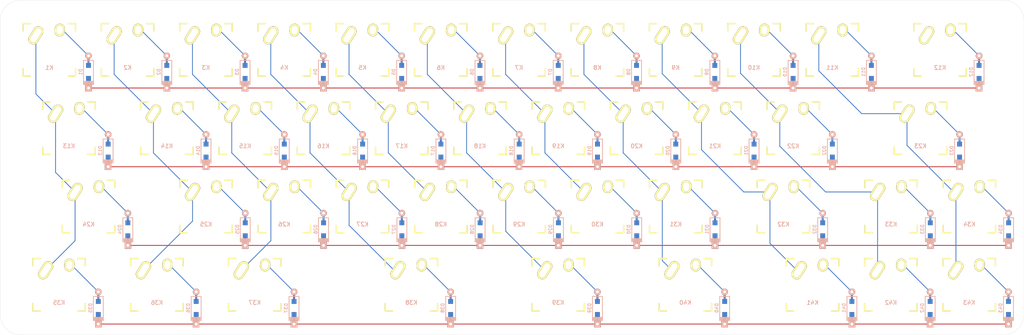
<source format=kicad_pcb>
(kicad_pcb (version 20240108) (generator "pcbnew") (generator_version "8.0")
  (title_block (title "Jon and Sam's Amazing 40% Keyboard") (date "2024-07-21") (rev "1") (company "Family Strokes Ltd"))
  (layers (0 "F.Cu" signal) (31 "B.Cu" signal) (34 "B.Paste" user) (35 "F.Paste" user) (36 "B.SilkS" user "B.Silkscreen") (37 "F.SilkS" user "F.Silkscreen") (38 "B.Mask" user) (39 "F.Mask" user) (44 "Edge.Cuts" user))
  (net 0 "")
  (net 1 "Row0")
  (net 2 "Net-(D1-A)")
  (net 3 "Net-(D2-A)")
  (net 4 "Net-(D3-A)")
  (net 5 "Net-(D5-A)")
  (net 6 "Net-(D4-A)")
  (net 7 "Net-(D6-A)")
  (net 8 "Net-(D7-A)")
  (net 9 "Net-(D8-A)")
  (net 10 "Net-(D9-A)")
  (net 11 "Net-(D10-A)")
  (net 12 "Net-(D11-A)")
  (net 13 "Net-(D12-A)")
  (net 14 "Net-(D13-A)")
  (net 15 "Row1")
  (net 16 "Net-(D14-A)")
  (net 17 "Net-(D15-A)")
  (net 18 "Net-(D16-A)")
  (net 19 "Net-(D17-A)")
  (net 20 "Net-(D18-A)")
  (net 21 "Net-(D19-A)")
  (net 22 "Net-(D20-A)")
  (net 23 "Net-(D21-A)")
  (net 24 "Net-(D22-A)")
  (net 25 "Net-(D23-A)")
  (net 26 "Row2")
  (net 27 "Net-(D24-A)")
  (net 28 "Net-(D25-A)")
  (net 29 "Net-(D26-A)")
  (net 30 "Net-(D27-A)")
  (net 31 "Net-(D28-A)")
  (net 32 "Net-(D29-A)")
  (net 33 "Net-(D30-A)")
  (net 34 "Net-(D31-A)")
  (net 35 "Net-(D33-A)")
  (net 36 "Net-(D34-A)")
  (net 37 "Net-(D35-A)")
  (net 38 "Row3")
  (net 39 "Net-(D36-A)")
  (net 40 "Net-(D37-A)")
  (net 41 "Net-(D38-A)")
  (net 42 "Net-(D39-A)")
  (net 43 "Net-(D40-A)")
  (net 44 "Net-(D41-A)")
  (net 45 "Net-(D42-A)")
  (net 46 "Net-(D43-A)")
  (net 47 "Col0")
  (net 48 "Col1")
  (net 49 "Col2")
  (net 50 "Col3")
  (net 51 "Col4")
  (net 52 "Col5")
  (net 53 "Col6")
  (net 54 "Col7")
  (net 55 "Col8")
  (net 56 "Col9")
  (net 57 "Col10")
  (net 58 "Col11")
  (net 59 "Net-(D32-A)")
  (footprint "keebs.pretty-master:Mx_Alps_100" (layer "F.Cu") (at 166.220145 100.517881)
    (property "Reference" "K30")
    (property "Value" "KEYSW" (hide yes))
  )
  (footprint "keebs.pretty-master:Mx_Alps_100" (layer "F.Cu") (at 137.79512 81.557881)
    (property "Reference" "K18")
    (property "Value" "KEYSW" (hide yes))
  )
  (footprint "keebs.pretty-master:Mx_Alps_200" (layer "F.Cu") (at 43.006015 100.517881)
    (property "Reference" "K24")
    (property "Value" "KEYSW" (hide yes))
  )
  (footprint "keebs.pretty-master:Mx_Alps_100" (layer "F.Cu") (at 90.396065 100.517881)
    (property "Reference" "K26")
    (property "Value" "KEYSW" (hide yes))
  )
  (footprint "keebs.pretty-master:Mx_Alps_100" (layer "F.Cu") (at 213.6192 81.557881)
    (property "Reference" "K22")
    (property "Value" "KEYSW" (hide yes))
  )
  (footprint "keebs.pretty-master:Mx_Alps_100" (layer "F.Cu") (at 185.153155 62.587881)
    (property "Reference" "K9")
    (property "Value" "KEYSW" (hide yes))
  )
  (footprint "keebs.pretty-master:Mx_Alps_100" (layer "F.Cu") (at 218.307709 119.467881)
    (property "Reference" "K41")
    (property "Value" "KEYSW" (hide yes))
  )
  (footprint "keebs.pretty-master:Mx_Alps_100" (layer "F.Cu") (at 52.461015 62.587881)
    (property "Reference" "K2")
    (property "Value" "KEYSW" (hide yes))
  )
  (footprint "keebs.pretty-master:Mx_Alps_100" (layer "F.Cu") (at 147.241115 62.587881)
    (property "Reference" "K7")
    (property "Value" "KEYSW" (hide yes))
  )
  (footprint "keebs.pretty-master:Mx_Alps_100" (layer "F.Cu") (at 156.75114 81.557881)
    (property "Reference" "K19")
    (property "Value" "KEYSW" (hide yes))
  )
  (footprint "keebs.pretty-master:Mx_Alps_100" (layer "F.Cu") (at 99.88308 81.557881)
    (property "Reference" "K16")
    (property "Value" "KEYSW" (hide yes))
  )
  (footprint "keebs.pretty-master:Mx_Alps_100" (layer "F.Cu") (at 71.440045 100.517881)
    (property "Reference" "K25")
    (property "Value" "KEYSW" (hide yes))
  )
  (footprint "keebs.pretty-master:Mx_Alps_100" (layer "F.Cu") (at 61.97104 81.557881)
    (property "Reference" "K14")
    (property "Value" "KEYSW" (hide yes))
  )
  (footprint "keebs.pretty-master:Mx_Alps_100" (layer "F.Cu") (at 90.373055 62.587881)
    (property "Reference" "K4")
    (property "Value" "KEYSW" (hide yes))
  )
  (footprint "keebs.pretty-master:Mx_Alps_100" (layer "F.Cu") (at 33.504995 62.587881)
    (property "Reference" "K1")
    (property "Value" "KEYSW" (hide yes))
  )
  (footprint "keebs.pretty-master:Mx_Alps_100" (layer "F.Cu") (at 185.176165 100.517881)
    (property "Reference" "K31")
    (property "Value" "KEYSW" (hide yes))
  )
  (footprint "keebs.pretty-master:Mx_Alps_100" (layer "F.Cu") (at 109.329075 62.587881)
    (property "Reference" "K5")
    (property "Value" "KEYSW" (hide yes))
  )
  (footprint "keebs.pretty-master:Mx_Alps_100" (layer "F.Cu") (at 237.305221 100.517881)
    (property "Reference" "K33")
    (property "Value" "KEYSW" (hide yes))
  )
  (footprint "keebs.pretty-master:Mx_Alps_100" (layer "F.Cu") (at 223.065195 62.587881)
    (property "Reference" "K11")
    (property "Value" "KEYSW" (hide yes))
  )
  (footprint "keebs.pretty-master:Mx_Alps_100" (layer "F.Cu") (at 194.66318 81.557881)
    (property "Reference" "K21")
    (property "Value" "KEYSW" (hide yes))
  )
  (footprint "keebs.pretty-master:Mx_Alps_100" (layer "F.Cu") (at 204.109175 62.587881)
    (property "Reference" "K10")
    (property "Value" "KEYSW" (hide yes))
  )
  (footprint "keebs.pretty-master:Mx_Alps_125" (layer "F.Cu") (at 59.55104 119.467881)
    (property "Reference" "K36")
    (property "Value" "KEYSW" (hide yes))
  )
  (footprint "keebs.pretty-master:Mx_Alps_100" (layer "F.Cu") (at 237.263729 119.467881)
    (property "Reference" "K42")
    (property "Value" "KEYSW" (hide yes))
  )
  (footprint "keebs.pretty-master:Mx_Alps_100" (layer "F.Cu") (at 109.352085 100.517881)
    (property "Reference" "K27")
    (property "Value" "KEYSW" (hide yes))
  )
  (footprint "keebs.pretty-master:Mx_Alps_100" (layer "F.Cu") (at 147.264125 100.517881)
    (property "Reference" "K29")
    (property "Value" "KEYSW" (hide yes))
  )
  (footprint "keebs.pretty-master:Mx_Alps_125" (layer "F.Cu") (at 35.856015 119.467881)
    (property "Reference" "K35")
    (property "Value" "KEYSW" (hide yes))
  )
  (footprint "keebs.pretty-master:Mx_Alps_100" (layer "F.Cu") (at 256.219749 119.467881)
    (property "Reference" "K43")
    (property "Value" "KEYSW" (hide yes))
  )
  (footprint "keebs.pretty-master:Mx_Alps_100" (layer "F.Cu") (at 128.285095 62.587881)
    (property "Reference" "K6")
    (property "Value" "KEYSW" (hide yes))
  )
  (footprint "keebs.pretty-master:Mx_Alps_225" (layer "F.Cu") (at 244.422733 81.557881)
    (property "Reference" "K23")
    (property "Value" "KEYSW" (hide yes))
  )
  (footprint "keebs.pretty-master:Mx_Alps_100" (layer "F.Cu") (at 118.8391 81.557881)
    (property "Reference" "K17")
    (property "Value" "KEYSW" (hide yes))
  )
  (footprint "keebs.pretty-master:Mx_Alps_100" (layer "F.Cu") (at 156.700643 119.467881)
    (property "Reference" "K39")
    (property "Value" "KEYSW" (hide yes))
  )
  (footprint "keebs.pretty-master:Mx_Alps_100" (layer "F.Cu") (at 80.92706 81.557881)
    (property "Reference" "K15")
    (property "Value" "KEYSW" (hide yes))
  )
  (footprint "keebs.pretty-master:Mx_Alps_100" (layer "F.Cu") (at 166.197135 62.587881)
    (property "Reference" "K8")
    (property "Value" "KEYSW" (hide yes))
  )
  (footprint "keebs.pretty-master:Mx_Alps_100" (layer "F.Cu") (at 175.70716 81.557881)
    (property "Reference" "K20")
    (property "Value" "KEYSW" (hide yes))
  )
  (footprint "keebs.pretty-master:Mx_Alps_275" (layer "F.Cu") (at 121.158105 119.467881)
    (property "Reference" "K38")
    (property "Value" "KEYSW" (hide yes))
  )
  (footprint "keebs.pretty-master:Mx_Alps_125" (layer "F.Cu") (at 83.246065 119.467881)
    (property "Reference" "K37")
    (property "Value" "KEYSW" (hide yes))
  )
  (footprint "keebs.pretty-master:Mx_Alps_150" (layer "F.Cu") (at 38.276015 81.557881)
    (property "Reference" "K13")
    (property "Value" "KEYSW" (hide yes))
  )
  (footprint "keebs.pretty-master:Mx_Alps_175" (layer "F.Cu") (at 211.240693 100.517881)
    (property "Reference" "K32")
    (property "Value" "KEYSW" (hide yes))
  )
  (footprint "keebs.pretty-master:Mx_Alps_100" (layer "F.Cu") (at 256.261241 100.517881)
    (property "Reference" "K34")
    (property "Value" "KEYSW" (hide yes))
  )
  (footprint "keebs.pretty-master:Mx_Alps_225" (layer "F.Cu") (at 187.504176 119.467881)
    (property "Reference" "K40")
    (property "Value" "KEYSW" (hide yes))
  )
  (footprint "keebs.pretty-master:Mx_Alps_100" (layer "F.Cu") (at 71.417035 62.587881)
    (property "Reference" "K3")
    (property "Value" "KEYSW" (hide yes))
  )
  (footprint "keebs.pretty-master:Mx_Alps_100" (layer "F.Cu") (at 128.308105 100.517881)
    (property "Reference" "K28")
    (property "Value" "KEYSW" (hide yes))
  )
  (footprint "keebs.pretty-master:Mx_Alps_175" (layer "F.Cu") (at 249.156015 62.587881)
    (property "Reference" "K12")
    (property "Value" "KEYSW" (hide yes))
  )
  (footprint "keyboard_parts.pretty-master:D_SOD123_axial" (layer "B.Cu") (at 109.358425 86.983547 90)
    (property "Reference" "D16")
    (property "Value" "D" (hide yes))
  )
  (footprint "keyboard_parts.pretty-master:D_SOD123_axial" (layer "B.Cu") (at 130.672198 125.083579 90)
    (property "Reference" "D38")
    (property "Value" "D" (hide yes))
  )
  (footprint "keyboard_parts.pretty-master:D_SOD123_axial" (layer "B.Cu") (at 137.768956 67.933531 90)
    (property "Reference" "D6")
    (property "Value" "D" (hide yes))
  )
  (footprint "keyboard_parts.pretty-master:D_SOD123_axial" (layer "B.Cu") (at 156.724976 67.933531 90)
    (property "Reference" "D7")
    (property "Value" "D" (hide yes))
  )
  (footprint "keyboard_parts.pretty-master:D_SOD123_axial" (layer "B.Cu") (at 246.81307 106.033563 90)
    (property "Reference" "D33")
    (property "Value" "D" (hide yes))
  )
  (footprint "keyboard_parts.pretty-master:D_SOD123_axial" (layer "B.Cu") (at 45.370108 125.083579 90)
    (property "Reference" "D35")
    (property "Value" "D" (hide yes))
  )
  (footprint "keyboard_parts.pretty-master:D_SOD123_axial" (layer "B.Cu") (at 265.733842 125.083579 90)
    (property "Reference" "D43")
    (property "Value" "D" (hide yes))
  )
  (footprint "keyboard_parts.pretty-master:D_SOD123_axial" (layer "B.Cu") (at 137.815954 106.033563 90)
    (property "Reference" "D28")
    (property "Value" "D" (hide yes))
  )
  (footprint "keyboard_parts.pretty-master:D_SOD123_axial" (layer "B.Cu") (at 175.680996 67.933531 90)
    (property "Reference" "D8")
    (property "Value" "D" (hide yes))
  )
  (footprint "keyboard_parts.pretty-master:D_SOD123_axial" (layer "B.Cu") (at 166.214736 125.083579 90)
    (property "Reference" "D39")
    (property "Value" "D" (hide yes))
  )
  (footprint "keyboard_parts.pretty-master:D_SOD123_axial" (layer "B.Cu") (at 71.446385 86.983547 90)
    (property "Reference" "D14")
    (property "Value" "D" (hide yes))
  )
  (footprint "keyboard_parts.pretty-master:D_SOD123_axial" (layer "B.Cu") (at 42.988856 67.933531 90)
    (property "Reference" "D1")
    (property "Value" "D" (hide yes))
  )
  (footprint "keyboard_parts.pretty-master:D_SOD123_axial" (layer "B.Cu") (at 185.182505 86.983547 90)
    (property "Reference" "D20")
    (property "Value" "D" (hide yes))
  )
  (footprint "keyboard_parts.pretty-master:D_SOD123_axial" (layer "B.Cu") (at 80.900896 67.933531 90)
    (property "Reference" "D3")
    (property "Value" "D" (hide yes))
  )
  (footprint "keyboard_parts.pretty-master:D_SOD123_axial" (layer "B.Cu") (at 80.947894 106.033563 90)
    (property "Reference" "D25")
    (property "Value" "D" (hide yes))
  )
  (footprint "keyboard_parts.pretty-master:D_SOD123_axial" (layer "B.Cu") (at 194.637016 67.933531 90)
    (property "Reference" "D9")
    (property "Value" "D" (hide yes))
  )
  (footprint "keyboard_parts.pretty-master:D_SOD123_axial" (layer "B.Cu") (at 69.065133 125.083579 90)
    (property "Reference" "D36")
    (property "Value" "D" (hide yes))
  )
  (footprint "keyboard_parts.pretty-master:D_SOD123_axial" (layer "B.Cu") (at 227.821802 125.083579 90)
    (property "Reference" "D41")
    (property "Value" "D" (hide yes))
  )
  (footprint "keyboard_parts.pretty-master:D_SOD123_axial" (layer "B.Cu") (at 223.094545 86.983547 90)
    (property "Reference" "D22")
    (property "Value" "D" (hide yes))
  )
  (footprint "keyboard_parts.pretty-master:D_SOD123_axial" (layer "B.Cu") (at 90.402405 86.983547 90)
    (property "Reference" "D15")
    (property "Value" "D" (hide yes))
  )
  (footprint "keyboard_parts.pretty-master:D_SOD123_axial" (layer "B.Cu") (at 213.593036 67.933531 90)
    (property "Reference" "D10")
    (property "Value" "D" (hide yes))
  )
  (footprint "keyboard_parts.pretty-master:D_SOD123_axial" (layer "B.Cu") (at 99.856916 67.933531 90)
    (property "Reference" "D4")
    (property "Value" "D" (hide yes))
  )
  (footprint "keyboard_parts.pretty-master:D_SOD123_axial" (layer "B.Cu") (at 265.76909 106.033563 90)
    (property "Reference" "D34")
    (property "Value" "D" (hide yes))
  )
  (footprint "keyboard_parts.pretty-master:D_SOD123_axial" (layer "B.Cu") (at 47.75136 86.983547 90)
    (property "Reference" "D13")
    (property "Value" "D" (hide yes))
  )
  (footprint "keyboard_parts.pretty-master:D_SOD123_axial" (layer "B.Cu") (at 166.226485 86.983547 90)
    (property "Reference" "D19")
    (property "Value" "D" (hide yes))
  )
  (footprint "keyboard_parts.pretty-master:D_SOD123_axial" (layer "B.Cu") (at 246.777822 125.083579 90)
    (property "Reference" "D42")
    (property "Value" "D" (hide yes))
  )
  (footprint "keyboard_parts.pretty-master:D_SOD123_axial" (layer "B.Cu") (at 156.771974 106.033563 90)
    (property "Reference" "D29")
    (property "Value" "D" (hide yes))
  )
  (footprint "keyboard_parts.pretty-master:D_SOD123_axial" (layer "B.Cu") (at 197.018269 125.083579 90)
    (property "Reference" "D40")
    (property "Value" "D" (hide yes))
  )
  (footprint "keyboard_parts.pretty-master:D_SOD123_axial" (layer "B.Cu") (at 52.513864 106.033563 90)
    (property "Reference" "D24")
    (property "Value" "D" (hide yes))
  )
  (footprint "keyboard_parts.pretty-master:D_SOD123_axial" (layer "B.Cu") (at 99.903914 106.033563 90)
    (property "Reference" "D26")
    (property "Value" "D" (hide yes))
  )
  (footprint "keyboard_parts.pretty-master:D_SOD123_axial" (layer "B.Cu") (at 118.812936 67.933531 90)
    (property "Reference" "D5")
    (property "Value" "D" (hide yes))
  )
  (footprint "keyboard_parts.pretty-master:D_SOD123_axial" (layer "B.Cu") (at 147.270465 86.983547 90)
    (property "Reference" "D18")
    (property "Value" "D" (hide yes))
  )
  (footprint "keyboard_parts.pretty-master:D_SOD123_axial" (layer "B.Cu") (at 232.549056 67.933531 90)
    (property "Reference" "D11")
    (property "Value" "D" (hide yes))
  )
  (footprint "keyboard_parts.pretty-master:D_SOD123_axial" (layer "B.Cu") (at 204.138525 86.983547 90)
    (property "Reference" "D21")
    (property "Value" "D" (hide yes))
  )
  (footprint "keyboard_parts.pretty-master:D_SOD123_axial" (layer "B.Cu") (at 128.314445 86.983547 90)
    (property "Reference" "D17")
    (property "Value" "D" (hide yes))
  )
  (footprint "keyboard_parts.pretty-master:D_SOD123_axial" (layer "B.Cu") (at 175.727994 106.033563 90)
    (property "Reference" "D30")
    (property "Value" "D" (hide yes))
  )
  (footprint "keyboard_parts.pretty-master:D_SOD123_axial" (layer "B.Cu") (at 118.859934 106.033563 90)
    (property "Reference" "D27")
    (property "Value" "D" (hide yes))
  )
  (footprint "keyboard_parts.pretty-master:D_SOD123_axial" (layer "B.Cu") (at 92.760158 125.083579 90)
    (property "Reference" "D37")
    (property "Value" "D" (hide yes))
  )
  (footprint "keyboard_parts.pretty-master:D_SOD123_axial" (layer "B.Cu") (at 258.613584 67.933531 90)
    (property "Reference" "D12")
    (property "Value" "D" (hide yes))
  )
  (footprint "keyboard_parts.pretty-master:D_SOD123_axial" (layer "B.Cu") (at 220.748542 106.033563 90)
    (property "Reference" "D32")
    (property "Value" "D" (hide yes))
  )
  (footprint "keyboard_parts.pretty-master:D_SOD123_axial" (layer "B.Cu") (at 194.684014 106.033563 90)
    (property "Reference" "D31")
    (property "Value" "D" (hide yes))
  )
  (footprint "keyboard_parts.pretty-master:D_SOD123_axial" (layer "B.Cu") (at 253.898078 86.983547 90)
    (property "Reference" "D23")
    (property "Value" "D" (hide yes))
  )
  (footprint "keyboard_parts.pretty-master:D_SOD123_axial" (layer "B.Cu") (at 61.944876 67.933531 90)
    (property "Reference" "D2")
    (property "Value" "D" (hide yes))
  )
  (gr_arc (start 21.59 55.546) (mid 23.054466 52.010466) (end 26.59 50.546) (stroke (width 0.05)) (layer "Edge.Cuts"))
  (gr_arc (start 26.59 131.572) (mid 23.054466 130.107534) (end 21.59 126.572) (stroke (width 0.05)) (layer "Edge.Cuts"))
  (gr_line (start 26.59 50.546) (end 264.494 50.546) (stroke (width 0.05)) (layer "Edge.Cuts"))
  (gr_arc (start 269.494 126.572) (mid 268.029534 130.107534) (end 264.494 131.572) (stroke (width 0.05)) (layer "Edge.Cuts"))
  (gr_arc (start 264.494 50.546) (mid 268.029534 52.010466) (end 269.494 55.546) (stroke (width 0.05)) (layer "Edge.Cuts"))
  (gr_line (start 21.59 126.572) (end 21.59 55.546) (stroke (width 0.05)) (layer "Edge.Cuts"))
  (gr_line (start 264.494 131.572) (end 26.59 131.572) (stroke (width 0.05)) (layer "Edge.Cuts"))
  (gr_line (start 269.494 55.546) (end 269.494 126.572) (stroke (width 0.05)) (layer "Edge.Cuts"))
  (segment (start 42.988856 71.833531) (end 61.944876 71.833531) (width 0.2) (layer "F.Cu") (net 1))
  (segment (start 156.724976 71.833531) (end 175.680996 71.833531) (width 0.2) (layer "F.Cu") (net 1))
  (segment (start 99.856916 71.833531) (end 118.812936 71.833531) (width 0.2) (layer "F.Cu") (net 1))
  (segment (start 80.900896 71.833531) (end 99.856916 71.833531) (width 0.2) (layer "F.Cu") (net 1))
  (segment (start 232.549056 71.833531) (end 213.593036 71.833531) (width 0.2) (layer "F.Cu") (net 1))
  (segment (start 118.812936 71.833531) (end 137.768956 71.833531) (width 0.2) (layer "F.Cu") (net 1))
  (segment (start 137.768956 71.833531) (end 156.724976 71.833531) (width 0.2) (layer "F.Cu") (net 1))
  (segment (start 175.680996 71.833531) (end 194.637016 71.833531) (width 0.2) (layer "F.Cu") (net 1))
  (segment (start 61.944876 71.833531) (end 80.900896 71.833531) (width 0.2) (layer "F.Cu") (net 1))
  (segment (start 213.593036 71.833531) (end 194.637016 71.833531) (width 0.2) (layer "F.Cu") (net 1))
  (segment (start 258.613584 71.833531) (end 232.549056 71.833531) (width 0.2) (layer "F.Cu") (net 1))
  (segment (start 42.988856 64.033531) (end 36.753206 57.797881) (width 0.2) (layer "B.Cu") (net 2))
  (segment (start 36.753206 57.797881) (end 36.024995 57.797881) (width 0.2) (layer "B.Cu") (net 2))
  (segment (start 55.709226 57.797881) (end 54.981015 57.797881) (width 0.2) (layer "B.Cu") (net 3))
  (segment (start 61.944876 64.033531) (end 55.709226 57.797881) (width 0.2) (layer "B.Cu") (net 3))
  (segment (start 74.665246 57.797881) (end 73.937035 57.797881) (width 0.2) (layer "B.Cu") (net 4))
  (segment (start 80.900896 64.033531) (end 74.665246 57.797881) (width 0.2) (layer "B.Cu") (net 4))
  (segment (start 112.577286 57.797881) (end 111.849075 57.797881) (width 0.2) (layer "B.Cu") (net 5))
  (segment (start 118.812936 64.033531) (end 112.577286 57.797881) (width 0.2) (layer "B.Cu") (net 5))
  (segment (start 99.856916 64.033531) (end 93.621266 57.797881) (width 0.2) (layer "B.Cu") (net 6))
  (segment (start 93.621266 57.797881) (end 92.893055 57.797881) (width 0.2) (layer "B.Cu") (net 6))
  (segment (start 137.768956 64.033531) (end 131.533306 57.797881) (width 0.2) (layer "B.Cu") (net 7))
  (segment (start 131.533306 57.797881) (end 130.805095 57.797881) (width 0.2) (layer "B.Cu") (net 7))
  (segment (start 150.489326 57.797881) (end 149.761115 57.797881) (width 0.2) (layer "B.Cu") (net 8))
  (segment (start 156.724976 64.033531) (end 150.489326 57.797881) (width 0.2) (layer "B.Cu") (net 8))
  (segment (start 169.445346 57.797881) (end 168.717135 57.797881) (width 0.2) (layer "B.Cu") (net 9))
  (segment (start 175.680996 64.033531) (end 169.445346 57.797881) (width 0.2) (layer "B.Cu") (net 9))
  (segment (start 188.401366 57.797881) (end 187.673155 57.797881) (width 0.2) (layer "B.Cu") (net 10))
  (segment (start 194.637016 64.033531) (end 188.401366 57.797881) (width 0.2) (layer "B.Cu") (net 10))
  (segment (start 207.357386 57.797881) (end 206.629175 57.797881) (width 0.2) (layer "B.Cu") (net 11))
  (segment (start 213.593036 64.033531) (end 207.357386 57.797881) (width 0.2) (layer "B.Cu") (net 11))
  (segment (start 226.313406 57.797881) (end 225.585195 57.797881) (width 0.2) (layer "B.Cu") (net 12))
  (segment (start 232.549056 64.033531) (end 226.313406 57.797881) (width 0.2) (layer "B.Cu") (net 12))
  (segment (start 258.613584 64.033531) (end 252.377934 57.797881) (width 0.2) (layer "B.Cu") (net 13))
  (segment (start 252.377934 57.797881) (end 251.676015 57.797881) (width 0.2) (layer "B.Cu") (net 13))
  (segment (start 47.75136 83.083547) (end 41.435694 76.767881) (width 0.2) (layer "B.Cu") (net 14))
  (segment (start 41.435694 76.767881) (end 40.796015 76.767881) (width 0.2) (layer "B.Cu") (net 14))
  (segment (start 47.75136 90.883547) (end 253.898078 90.883547) (width 0.2) (layer "F.Cu") (net 15))
  (segment (start 65.130719 76.767881) (end 64.49104 76.767881) (width 0.2) (layer "B.Cu") (net 16))
  (segment (start 71.446385 83.083547) (end 65.130719 76.767881) (width 0.2) (layer "B.Cu") (net 16))
  (segment (start 90.402405 83.083547) (end 84.086739 76.767881) (width 0.2) (layer "B.Cu") (net 17))
  (segment (start 84.086739 76.767881) (end 83.44706 76.767881) (width 0.2) (layer "B.Cu") (net 17))
  (segment (start 103.042759 76.767881) (end 102.40308 76.767881) (width 0.2) (layer "B.Cu") (net 18))
  (segment (start 109.358425 83.083547) (end 103.042759 76.767881) (width 0.2) (layer "B.Cu") (net 18))
  (segment (start 121.998779 76.767881) (end 121.3591 76.767881) (width 0.2) (layer "B.Cu") (net 19))
  (segment (start 128.314445 83.083547) (end 121.998779 76.767881) (width 0.2) (layer "B.Cu") (net 19))
  (segment (start 140.954799 76.767881) (end 140.31512 76.767881) (width 0.2) (layer "B.Cu") (net 20))
  (segment (start 147.270465 83.083547) (end 140.954799 76.767881) (width 0.2) (layer "B.Cu") (net 20))
  (segment (start 166.226485 83.083547) (end 159.910819 76.767881) (width 0.2) (layer "B.Cu") (net 21))
  (segment (start 159.910819 76.767881) (end 159.27114 76.767881) (width 0.2) (layer "B.Cu") (net 21))
  (segment (start 178.866839 76.767881) (end 178.22716 76.767881) (width 0.2) (layer "B.Cu") (net 22))
  (segment (start 185.182505 83.083547) (end 178.866839 76.767881) (width 0.2) (layer "B.Cu") (net 22))
  (segment (start 204.138525 83.083547) (end 197.822859 76.767881) (width 0.2) (layer "B.Cu") (net 23))
  (segment (start 197.822859 76.767881) (end 197.18318 76.767881) (width 0.2) (layer "B.Cu") (net 23))
  (segment (start 216.778879 76.767881) (end 216.1392 76.767881) (width 0.2) (layer "B.Cu") (net 24))
  (segment (start 223.094545 83.083547) (end 216.778879 76.767881) (width 0.2) (layer "B.Cu") (net 24))
  (segment (start 247.582412 76.767881) (end 246.942733 76.767881) (width 0.2) (layer "B.Cu") (net 25))
  (segment (start 253.898078 83.083547) (end 247.582412 76.767881) (width 0.2) (layer "B.Cu") (net 25))
  (segment (start 52.513864 109.933563) (end 265.76909 109.933563) (width 0.2) (layer "F.Cu") (net 26))
  (segment (start 46.108182 95.727881) (end 45.526015 95.727881) (width 0.2) (layer "B.Cu") (net 27))
  (segment (start 52.513864 102.133563) (end 46.108182 95.727881) (width 0.2) (layer "B.Cu") (net 27))
  (segment (start 74.542212 95.727881) (end 73.960045 95.727881) (width 0.2) (layer "B.Cu") (net 28))
  (segment (start 80.947894 102.133563) (end 74.542212 95.727881) (width 0.2) (layer "B.Cu") (net 28))
  (segment (start 99.903914 102.133563) (end 93.498232 95.727881) (width 0.2) (layer "B.Cu") (net 29))
  (segment (start 93.498232 95.727881) (end 92.916065 95.727881) (width 0.2) (layer "B.Cu") (net 29))
  (segment (start 118.859934 102.133563) (end 112.454252 95.727881) (width 0.2) (layer "B.Cu") (net 30))
  (segment (start 112.454252 95.727881) (end 111.872085 95.727881) (width 0.2) (layer "B.Cu") (net 30))
  (segment (start 137.815954 102.133563) (end 131.410272 95.727881) (width 0.2) (layer "B.Cu") (net 31))
  (segment (start 131.410272 95.727881) (end 130.828105 95.727881) (width 0.2) (layer "B.Cu") (net 31))
  (segment (start 150.366292 95.727881) (end 149.784125 95.727881) (width 0.2) (layer "B.Cu") (net 32))
  (segment (start 156.771974 102.133563) (end 150.366292 95.727881) (width 0.2) (layer "B.Cu") (net 32))
  (segment (start 169.322312 95.727881) (end 168.740145 95.727881) (width 0.2) (layer "B.Cu") (net 33))
  (segment (start 175.727994 102.133563) (end 169.322312 95.727881) (width 0.2) (layer "B.Cu") (net 33))
  (segment (start 194.684014 102.133563) (end 188.278332 95.727881) (width 0.2) (layer "B.Cu") (net 34))
  (segment (start 188.278332 95.727881) (end 187.696165 95.727881) (width 0.2) (layer "B.Cu") (net 34))
  (segment (start 240.407388 95.727881) (end 239.825221 95.727881) (width 0.2) (layer "B.Cu") (net 35))
  (segment (start 246.81307 102.133563) (end 240.407388 95.727881) (width 0.2) (layer "B.Cu") (net 35))
  (segment (start 259.363408 95.727881) (end 258.781241 95.727881) (width 0.2) (layer "B.Cu") (net 36))
  (segment (start 265.76909 102.133563) (end 259.363408 95.727881) (width 0.2) (layer "B.Cu") (net 36))
  (segment (start 45.370108 121.183579) (end 38.86441 114.677881) (width 0.2) (layer "B.Cu") (net 37))
  (segment (start 38.86441 114.677881) (end 38.376015 114.677881) (width 0.2) (layer "B.Cu") (net 37))
  (segment (start 45.370108 128.983579) (end 265.733842 128.983579) (width 0.2) (layer "F.Cu") (net 38))
  (segment (start 69.065133 121.183579) (end 62.559435 114.677881) (width 0.2) (layer "B.Cu") (net 39))
  (segment (start 62.559435 114.677881) (end 62.07104 114.677881) (width 0.2) (layer "B.Cu") (net 39))
  (segment (start 92.760158 121.183579) (end 86.25446 114.677881) (width 0.2) (layer "B.Cu") (net 40))
  (segment (start 86.25446 114.677881) (end 85.766065 114.677881) (width 0.2) (layer "B.Cu") (net 40))
  (segment (start 124.1665 114.677881) (end 123.678105 114.677881) (width 0.2) (layer "B.Cu") (net 41))
  (segment (start 130.672198 121.183579) (end 124.1665 114.677881) (width 0.2) (layer "B.Cu") (net 41))
  (segment (start 166.214736 121.183579) (end 159.709038 114.677881) (width 0.2) (layer "B.Cu") (net 42))
  (segment (start 159.709038 114.677881) (end 159.220643 114.677881) (width 0.2) (layer "B.Cu") (net 42))
  (segment (start 190.512571 114.677881) (end 190.024176 114.677881) (width 0.2) (layer "B.Cu") (net 43))
  (segment (start 197.018269 121.183579) (end 190.512571 114.677881) (width 0.2) (layer "B.Cu") (net 43))
  (segment (start 221.316104 114.677881) (end 220.827709 114.677881) (width 0.2) (layer "B.Cu") (net 44))
  (segment (start 227.821802 121.183579) (end 221.316104 114.677881) (width 0.2) (layer "B.Cu") (net 44))
  (segment (start 240.272124 114.677881) (end 239.783729 114.677881) (width 0.2) (layer "B.Cu") (net 45))
  (segment (start 246.777822 121.183579) (end 240.272124 114.677881) (width 0.2) (layer "B.Cu") (net 45))
  (segment (start 259.228144 114.677881) (end 258.739749 114.677881) (width 0.2) (layer "B.Cu") (net 46))
  (segment (start 265.733842 121.183579) (end 259.228144 114.677881) (width 0.2) (layer "B.Cu") (net 46))
  (segment (start 39.751015 96.997881) (end 35.021015 92.267881) (width 0.2) (layer "B.Cu") (net 47))
  (segment (start 35.021015 92.267881) (end 35.021015 78.037881) (width 0.2) (layer "B.Cu") (net 47))
  (segment (start 39.751015 108.797881) (end 39.751015 96.997881) (width 0.2) (layer "B.Cu") (net 47))
  (segment (start 35.021015 78.037881) (end 30.249995 73.266861) (width 0.2) (layer "B.Cu") (net 47))
  (segment (start 32.601015 115.947881) (end 39.751015 108.797881) (width 0.2) (layer "B.Cu") (net 47))
  (segment (start 30.249995 73.266861) (end 30.249995 59.067881) (width 0.2) (layer "B.Cu") (net 47))
  (segment (start 49.206015 68.527856) (end 58.71604 78.037881) (width 0.2) (layer "B.Cu") (net 48))
  (segment (start 68.185045 104.058876) (end 68.185045 96.997881) (width 0.2) (layer "B.Cu") (net 48))
  (segment (start 58.71604 87.528876) (end 68.185045 96.997881) (width 0.2) (layer "B.Cu") (net 48))
  (segment (start 56.29604 115.947881) (end 68.185045 104.058876) (width 0.2) (layer "B.Cu") (net 48))
  (segment (start 58.71604 78.037881) (end 58.71604 87.528876) (width 0.2) (layer "B.Cu") (net 48))
  (segment (start 49.206015 59.067881) (end 49.206015 68.527856) (width 0.2) (layer "B.Cu") (net 48))
  (segment (start 68.162035 68.527856) (end 77.67206 78.037881) (width 0.2) (layer "B.Cu") (net 49))
  (segment (start 87.141065 108.797881) (end 87.141065 96.997881) (width 0.2) (layer "B.Cu") (net 49))
  (segment (start 68.162035 59.067881) (end 68.162035 68.527856) (width 0.2) (layer "B.Cu") (net 49))
  (segment (start 79.991065 115.947881) (end 87.141065 108.797881) (width 0.2) (layer "B.Cu") (net 49))
  (segment (start 77.67206 87.528876) (end 87.141065 96.997881) (width 0.2) (layer "B.Cu") (net 49))
  (segment (start 77.67206 78.037881) (end 77.67206 87.528876) (width 0.2) (layer "B.Cu") (net 49))
  (segment (start 116.963881 115.947881) (end 117.903105 115.947881) (width 0.2) (layer "B.Cu") (net 50))
  (segment (start 96.62808 78.037881) (end 96.62808 87.528876) (width 0.2) (layer "B.Cu") (net 50))
  (segment (start 106.097085 96.997881) (end 106.097085 105.081085) (width 0.2) (layer "B.Cu") (net 50))
  (segment (start 87.118055 68.527856) (end 96.62808 78.037881) (width 0.2) (layer "B.Cu") (net 50))
  (segment (start 96.62808 87.528876) (end 106.097085 96.997881) (width 0.2) (layer "B.Cu") (net 50))
  (segment (start 87.118055 59.067881) (end 87.118055 68.527856) (width 0.2) (layer "B.Cu") (net 50))
  (segment (start 106.097085 105.081085) (end 116.963881 115.947881) (width 0.2) (layer "B.Cu") (net 50))
  (segment (start 106.074075 68.527856) (end 115.5841 78.037881) (width 0.2) (layer "B.Cu") (net 51))
  (segment (start 115.5841 87.528876) (end 125.053105 96.997881) (width 0.2) (layer "B.Cu") (net 51))
  (segment (start 115.5841 78.037881) (end 115.5841 87.528876) (width 0.2) (layer "B.Cu") (net 51))
  (segment (start 106.074075 59.067881) (end 106.074075 68.527856) (width 0.2) (layer "B.Cu") (net 51))
  (segment (start 134.54012 87.528876) (end 144.009125 96.997881) (width 0.2) (layer "B.Cu") (net 52))
  (segment (start 125.030095 59.067881) (end 125.030095 68.527856) (width 0.2) (layer "B.Cu") (net 52))
  (segment (start 134.54012 78.037881) (end 134.54012 87.528876) (width 0.2) (layer "B.Cu") (net 52))
  (segment (start 144.009125 96.997881) (end 144.009125 106.511363) (width 0.2) (layer "B.Cu") (net 52))
  (segment (start 144.009125 106.511363) (end 153.445643 115.947881) (width 0.2) (layer "B.Cu") (net 52))
  (segment (start 125.030095 68.527856) (end 134.54012 78.037881) (width 0.2) (layer "B.Cu") (net 52))
  (segment (start 153.49614 78.037881) (end 153.49614 87.528876) (width 0.2) (layer "B.Cu") (net 53))
  (segment (start 153.49614 87.528876) (end 162.965145 96.997881) (width 0.2) (layer "B.Cu") (net 53))
  (segment (start 143.986115 59.067881) (end 143.986115 68.527856) (width 0.2) (layer "B.Cu") (net 53))
  (segment (start 143.986115 68.527856) (end 153.49614 78.037881) (width 0.2) (layer "B.Cu") (net 53))
  (segment (start 172.45216 78.037881) (end 172.45216 87.528876) (width 0.2) (layer "B.Cu") (net 54))
  (segment (start 172.45216 87.528876) (end 181.921165 96.997881) (width 0.2) (layer "B.Cu") (net 54))
  (segment (start 162.942135 59.067881) (end 162.942135 68.527856) (width 0.2) (layer "B.Cu") (net 54))
  (segment (start 181.921165 96.997881) (end 181.921165 113.61987) (width 0.2) (layer "B.Cu") (net 54))
  (segment (start 162.942135 68.527856) (end 172.45216 78.037881) (width 0.2) (layer "B.Cu") (net 54))
  (segment (start 181.921165 113.61987) (end 184.249176 115.947881) (width 0.2) (layer "B.Cu") (net 54))
  (segment (start 207.985693 109.429283) (end 214.504291 115.947881) (width 0.2) (layer "B.Cu") (net 55))
  (segment (start 191.40818 86.76018) (end 201.645881 96.997881) (width 0.2) (layer "B.Cu") (net 55))
  (segment (start 214.504291 115.947881) (end 215.052709 115.947881) (width 0.2) (layer "B.Cu") (net 55))
  (segment (start 181.898155 68.360155) (end 191.40818 77.87018) (width 0.2) (layer "B.Cu") (net 55))
  (segment (start 207.985693 96.997881) (end 207.985693 109.429283) (width 0.2) (layer "B.Cu") (net 55))
  (segment (start 191.40818 77.87018) (end 191.40818 78.037881) (width 0.2) (layer "B.Cu") (net 55))
  (segment (start 181.898155 59.067881) (end 181.898155 68.360155) (width 0.2) (layer "B.Cu") (net 55))
  (segment (start 191.40818 78.037881) (end 191.40818 86.76018) (width 0.2) (layer "B.Cu") (net 55))
  (segment (start 201.645881 96.997881) (end 207.985693 96.997881) (width 0.2) (layer "B.Cu") (net 55))
  (segment (start 200.854175 59.067881) (end 200.854175 68.266175) (width 0.2) (layer "B.Cu") (net 56))
  (segment (start 234.050221 115.906389) (end 234.008729 115.947881) (width 0.2) (layer "B.Cu") (net 56))
  (segment (start 210.3642 78.037881) (end 210.3642 85.9042) (width 0.2) (layer "B.Cu") (net 56))
  (segment (start 221.457881 96.997881) (end 234.050221 96.997881) (width 0.2) (layer "B.Cu") (net 56))
  (segment (start 234.050221 96.997881) (end 234.050221 115.906389) (width 0.2) (layer "B.Cu") (net 56))
  (segment (start 210.3642 85.9042) (end 221.457881 96.997881) (width 0.2) (layer "B.Cu") (net 56))
  (segment (start 210.3642 77.7762) (end 210.3642 78.037881) (width 0.2) (layer "B.Cu") (net 56))
  (segment (start 200.854175 68.266175) (end 210.3642 77.7762) (width 0.2) (layer "B.Cu") (net 56))
  (segment (start 241.167733 85.719733) (end 252.445881 96.997881) (width 0.2) (layer "B.Cu") (net 57))
  (segment (start 253.006241 115.906389) (end 252.964749 115.947881) (width 0.2) (layer "B.Cu") (net 57))
  (segment (start 241.167733 78.037881) (end 241.167733 85.719733) (width 0.2) (layer "B.Cu") (net 57))
  (segment (start 230.183881 78.037881) (end 241.167733 78.037881) (width 0.2) (layer "B.Cu") (net 57))
  (segment (start 253.006241 96.997881) (end 253.006241 115.906389) (width 0.2) (layer "B.Cu") (net 57))
  (segment (start 252.445881 96.997881) (end 253.006241 96.997881) (width 0.2) (layer "B.Cu") (net 57))
  (segment (start 219.810195 59.067881) (end 219.810195 67.664195) (width 0.2) (layer "B.Cu") (net 57))
  (segment (start 219.810195 67.664195) (end 230.183881 78.037881) (width 0.2) (layer "B.Cu") (net 57))
  (segment (start 214.34286 95.727881) (end 213.760693 95.727881) (width 0.2) (layer "B.Cu") (net 59))
  (segment (start 220.748542 102.133563) (end 214.34286 95.727881) (width 0.2) (layer "B.Cu") (net 59))
)
</source>
